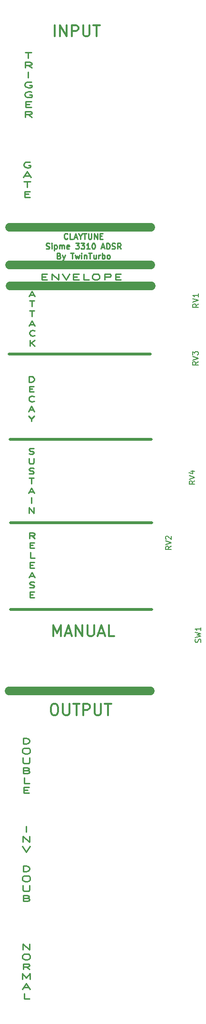
<source format=gbr>
G04 #@! TF.GenerationSoftware,KiCad,Pcbnew,(5.1.7)-1*
G04 #@! TF.CreationDate,2020-12-30T12:14:20+00:00*
G04 #@! TF.ProjectId,Panel,50616e65-6c2e-46b6-9963-61645f706362,rev?*
G04 #@! TF.SameCoordinates,Original*
G04 #@! TF.FileFunction,Legend,Top*
G04 #@! TF.FilePolarity,Positive*
%FSLAX46Y46*%
G04 Gerber Fmt 4.6, Leading zero omitted, Abs format (unit mm)*
G04 Created by KiCad (PCBNEW (5.1.7)-1) date 2020-12-30 12:14:20*
%MOMM*%
%LPD*%
G01*
G04 APERTURE LIST*
%ADD10C,0.250000*%
%ADD11C,1.500000*%
%ADD12C,0.500000*%
%ADD13C,0.300000*%
%ADD14C,0.150000*%
G04 APERTURE END LIST*
D10*
X97152857Y-21531666D02*
X97867142Y-21531666D01*
X97010000Y-21817380D02*
X97510000Y-20817380D01*
X98010000Y-21817380D01*
X97081428Y-22567380D02*
X97938571Y-22567380D01*
X97510000Y-23567380D02*
X97510000Y-22567380D01*
X97081428Y-24317380D02*
X97938571Y-24317380D01*
X97510000Y-25317380D02*
X97510000Y-24317380D01*
X97152857Y-26781666D02*
X97867142Y-26781666D01*
X97010000Y-27067380D02*
X97510000Y-26067380D01*
X98010000Y-27067380D01*
X97974285Y-28722142D02*
X97902857Y-28769761D01*
X97688571Y-28817380D01*
X97545714Y-28817380D01*
X97331428Y-28769761D01*
X97188571Y-28674523D01*
X97117142Y-28579285D01*
X97045714Y-28388809D01*
X97045714Y-28245952D01*
X97117142Y-28055476D01*
X97188571Y-27960238D01*
X97331428Y-27865000D01*
X97545714Y-27817380D01*
X97688571Y-27817380D01*
X97902857Y-27865000D01*
X97974285Y-27912619D01*
X97117142Y-30567380D02*
X97117142Y-29567380D01*
X97974285Y-30567380D02*
X97331428Y-29995952D01*
X97974285Y-29567380D02*
X97117142Y-30138809D01*
X103816666Y-11497142D02*
X103769047Y-11544761D01*
X103626190Y-11592380D01*
X103530952Y-11592380D01*
X103388095Y-11544761D01*
X103292857Y-11449523D01*
X103245238Y-11354285D01*
X103197619Y-11163809D01*
X103197619Y-11020952D01*
X103245238Y-10830476D01*
X103292857Y-10735238D01*
X103388095Y-10640000D01*
X103530952Y-10592380D01*
X103626190Y-10592380D01*
X103769047Y-10640000D01*
X103816666Y-10687619D01*
X104721428Y-11592380D02*
X104245238Y-11592380D01*
X104245238Y-10592380D01*
X105007142Y-11306666D02*
X105483333Y-11306666D01*
X104911904Y-11592380D02*
X105245238Y-10592380D01*
X105578571Y-11592380D01*
X106102380Y-11116190D02*
X106102380Y-11592380D01*
X105769047Y-10592380D02*
X106102380Y-11116190D01*
X106435714Y-10592380D01*
X106626190Y-10592380D02*
X107197619Y-10592380D01*
X106911904Y-11592380D02*
X106911904Y-10592380D01*
X107530952Y-10592380D02*
X107530952Y-11401904D01*
X107578571Y-11497142D01*
X107626190Y-11544761D01*
X107721428Y-11592380D01*
X107911904Y-11592380D01*
X108007142Y-11544761D01*
X108054761Y-11497142D01*
X108102380Y-11401904D01*
X108102380Y-10592380D01*
X108578571Y-11592380D02*
X108578571Y-10592380D01*
X109150000Y-11592380D01*
X109150000Y-10592380D01*
X109626190Y-11068571D02*
X109959523Y-11068571D01*
X110102380Y-11592380D02*
X109626190Y-11592380D01*
X109626190Y-10592380D01*
X110102380Y-10592380D01*
X100007142Y-13294761D02*
X100150000Y-13342380D01*
X100388095Y-13342380D01*
X100483333Y-13294761D01*
X100530952Y-13247142D01*
X100578571Y-13151904D01*
X100578571Y-13056666D01*
X100530952Y-12961428D01*
X100483333Y-12913809D01*
X100388095Y-12866190D01*
X100197619Y-12818571D01*
X100102380Y-12770952D01*
X100054761Y-12723333D01*
X100007142Y-12628095D01*
X100007142Y-12532857D01*
X100054761Y-12437619D01*
X100102380Y-12390000D01*
X100197619Y-12342380D01*
X100435714Y-12342380D01*
X100578571Y-12390000D01*
X101007142Y-13342380D02*
X101007142Y-12675714D01*
X101007142Y-12342380D02*
X100959523Y-12390000D01*
X101007142Y-12437619D01*
X101054761Y-12390000D01*
X101007142Y-12342380D01*
X101007142Y-12437619D01*
X101483333Y-12675714D02*
X101483333Y-13675714D01*
X101483333Y-12723333D02*
X101578571Y-12675714D01*
X101769047Y-12675714D01*
X101864285Y-12723333D01*
X101911904Y-12770952D01*
X101959523Y-12866190D01*
X101959523Y-13151904D01*
X101911904Y-13247142D01*
X101864285Y-13294761D01*
X101769047Y-13342380D01*
X101578571Y-13342380D01*
X101483333Y-13294761D01*
X102388095Y-13342380D02*
X102388095Y-12675714D01*
X102388095Y-12770952D02*
X102435714Y-12723333D01*
X102530952Y-12675714D01*
X102673809Y-12675714D01*
X102769047Y-12723333D01*
X102816666Y-12818571D01*
X102816666Y-13342380D01*
X102816666Y-12818571D02*
X102864285Y-12723333D01*
X102959523Y-12675714D01*
X103102380Y-12675714D01*
X103197619Y-12723333D01*
X103245238Y-12818571D01*
X103245238Y-13342380D01*
X104102380Y-13294761D02*
X104007142Y-13342380D01*
X103816666Y-13342380D01*
X103721428Y-13294761D01*
X103673809Y-13199523D01*
X103673809Y-12818571D01*
X103721428Y-12723333D01*
X103816666Y-12675714D01*
X104007142Y-12675714D01*
X104102380Y-12723333D01*
X104150000Y-12818571D01*
X104150000Y-12913809D01*
X103673809Y-13009047D01*
X105245238Y-12342380D02*
X105864285Y-12342380D01*
X105530952Y-12723333D01*
X105673809Y-12723333D01*
X105769047Y-12770952D01*
X105816666Y-12818571D01*
X105864285Y-12913809D01*
X105864285Y-13151904D01*
X105816666Y-13247142D01*
X105769047Y-13294761D01*
X105673809Y-13342380D01*
X105388095Y-13342380D01*
X105292857Y-13294761D01*
X105245238Y-13247142D01*
X106197619Y-12342380D02*
X106816666Y-12342380D01*
X106483333Y-12723333D01*
X106626190Y-12723333D01*
X106721428Y-12770952D01*
X106769047Y-12818571D01*
X106816666Y-12913809D01*
X106816666Y-13151904D01*
X106769047Y-13247142D01*
X106721428Y-13294761D01*
X106626190Y-13342380D01*
X106340476Y-13342380D01*
X106245238Y-13294761D01*
X106197619Y-13247142D01*
X107769047Y-13342380D02*
X107197619Y-13342380D01*
X107483333Y-13342380D02*
X107483333Y-12342380D01*
X107388095Y-12485238D01*
X107292857Y-12580476D01*
X107197619Y-12628095D01*
X108388095Y-12342380D02*
X108483333Y-12342380D01*
X108578571Y-12390000D01*
X108626190Y-12437619D01*
X108673809Y-12532857D01*
X108721428Y-12723333D01*
X108721428Y-12961428D01*
X108673809Y-13151904D01*
X108626190Y-13247142D01*
X108578571Y-13294761D01*
X108483333Y-13342380D01*
X108388095Y-13342380D01*
X108292857Y-13294761D01*
X108245238Y-13247142D01*
X108197619Y-13151904D01*
X108150000Y-12961428D01*
X108150000Y-12723333D01*
X108197619Y-12532857D01*
X108245238Y-12437619D01*
X108292857Y-12390000D01*
X108388095Y-12342380D01*
X109864285Y-13056666D02*
X110340476Y-13056666D01*
X109769047Y-13342380D02*
X110102380Y-12342380D01*
X110435714Y-13342380D01*
X110769047Y-13342380D02*
X110769047Y-12342380D01*
X111007142Y-12342380D01*
X111150000Y-12390000D01*
X111245238Y-12485238D01*
X111292857Y-12580476D01*
X111340476Y-12770952D01*
X111340476Y-12913809D01*
X111292857Y-13104285D01*
X111245238Y-13199523D01*
X111150000Y-13294761D01*
X111007142Y-13342380D01*
X110769047Y-13342380D01*
X111721428Y-13294761D02*
X111864285Y-13342380D01*
X112102380Y-13342380D01*
X112197619Y-13294761D01*
X112245238Y-13247142D01*
X112292857Y-13151904D01*
X112292857Y-13056666D01*
X112245238Y-12961428D01*
X112197619Y-12913809D01*
X112102380Y-12866190D01*
X111911904Y-12818571D01*
X111816666Y-12770952D01*
X111769047Y-12723333D01*
X111721428Y-12628095D01*
X111721428Y-12532857D01*
X111769047Y-12437619D01*
X111816666Y-12390000D01*
X111911904Y-12342380D01*
X112150000Y-12342380D01*
X112292857Y-12390000D01*
X113292857Y-13342380D02*
X112959523Y-12866190D01*
X112721428Y-13342380D02*
X112721428Y-12342380D01*
X113102380Y-12342380D01*
X113197619Y-12390000D01*
X113245238Y-12437619D01*
X113292857Y-12532857D01*
X113292857Y-12675714D01*
X113245238Y-12770952D01*
X113197619Y-12818571D01*
X113102380Y-12866190D01*
X112721428Y-12866190D01*
X102316666Y-14568571D02*
X102459523Y-14616190D01*
X102507142Y-14663809D01*
X102554761Y-14759047D01*
X102554761Y-14901904D01*
X102507142Y-14997142D01*
X102459523Y-15044761D01*
X102364285Y-15092380D01*
X101983333Y-15092380D01*
X101983333Y-14092380D01*
X102316666Y-14092380D01*
X102411904Y-14140000D01*
X102459523Y-14187619D01*
X102507142Y-14282857D01*
X102507142Y-14378095D01*
X102459523Y-14473333D01*
X102411904Y-14520952D01*
X102316666Y-14568571D01*
X101983333Y-14568571D01*
X102888095Y-14425714D02*
X103126190Y-15092380D01*
X103364285Y-14425714D02*
X103126190Y-15092380D01*
X103030952Y-15330476D01*
X102983333Y-15378095D01*
X102888095Y-15425714D01*
X104364285Y-14092380D02*
X104935714Y-14092380D01*
X104650000Y-15092380D02*
X104650000Y-14092380D01*
X105173809Y-14425714D02*
X105364285Y-15092380D01*
X105554761Y-14616190D01*
X105745238Y-15092380D01*
X105935714Y-14425714D01*
X106316666Y-15092380D02*
X106316666Y-14425714D01*
X106316666Y-14092380D02*
X106269047Y-14140000D01*
X106316666Y-14187619D01*
X106364285Y-14140000D01*
X106316666Y-14092380D01*
X106316666Y-14187619D01*
X106792857Y-14425714D02*
X106792857Y-15092380D01*
X106792857Y-14520952D02*
X106840476Y-14473333D01*
X106935714Y-14425714D01*
X107078571Y-14425714D01*
X107173809Y-14473333D01*
X107221428Y-14568571D01*
X107221428Y-15092380D01*
X107554761Y-14092380D02*
X108126190Y-14092380D01*
X107840476Y-15092380D02*
X107840476Y-14092380D01*
X108888095Y-14425714D02*
X108888095Y-15092380D01*
X108459523Y-14425714D02*
X108459523Y-14949523D01*
X108507142Y-15044761D01*
X108602380Y-15092380D01*
X108745238Y-15092380D01*
X108840476Y-15044761D01*
X108888095Y-14997142D01*
X109364285Y-15092380D02*
X109364285Y-14425714D01*
X109364285Y-14616190D02*
X109411904Y-14520952D01*
X109459523Y-14473333D01*
X109554761Y-14425714D01*
X109650000Y-14425714D01*
X109983333Y-15092380D02*
X109983333Y-14092380D01*
X109983333Y-14473333D02*
X110078571Y-14425714D01*
X110269047Y-14425714D01*
X110364285Y-14473333D01*
X110411904Y-14520952D01*
X110459523Y-14616190D01*
X110459523Y-14901904D01*
X110411904Y-14997142D01*
X110364285Y-15044761D01*
X110269047Y-15092380D01*
X110078571Y-15092380D01*
X109983333Y-15044761D01*
X111030952Y-15092380D02*
X110935714Y-15044761D01*
X110888095Y-14997142D01*
X110840476Y-14901904D01*
X110840476Y-14616190D01*
X110888095Y-14520952D01*
X110935714Y-14473333D01*
X111030952Y-14425714D01*
X111173809Y-14425714D01*
X111269047Y-14473333D01*
X111316666Y-14520952D01*
X111364285Y-14616190D01*
X111364285Y-14901904D01*
X111316666Y-14997142D01*
X111269047Y-15044761D01*
X111173809Y-15092380D01*
X111030952Y-15092380D01*
D11*
X93510000Y-16220000D02*
X118656000Y-16220000D01*
X93534000Y-9500000D02*
X118680000Y-9500000D01*
D12*
X93670000Y-77380000D02*
X118816000Y-77380000D01*
X93404000Y-32070000D02*
X118550000Y-32070000D01*
X93584000Y-47190000D02*
X118730000Y-47190000D01*
X93650000Y-62000000D02*
X118796000Y-62000000D01*
D10*
X97153809Y2055000D02*
X96963333Y2102619D01*
X96677619Y2102619D01*
X96391904Y2055000D01*
X96201428Y1959761D01*
X96106190Y1864523D01*
X96010952Y1674047D01*
X96010952Y1531190D01*
X96106190Y1340714D01*
X96201428Y1245476D01*
X96391904Y1150238D01*
X96677619Y1102619D01*
X96868095Y1102619D01*
X97153809Y1150238D01*
X97249047Y1197857D01*
X97249047Y1531190D01*
X96868095Y1531190D01*
X96153809Y-361666D02*
X97106190Y-361666D01*
X95963333Y-647380D02*
X96630000Y352619D01*
X97296666Y-647380D01*
X96058571Y-1397380D02*
X97201428Y-1397380D01*
X96630000Y-2397380D02*
X96630000Y-1397380D01*
X96201428Y-3623571D02*
X96868095Y-3623571D01*
X97153809Y-4147380D02*
X96201428Y-4147380D01*
X96201428Y-3147380D01*
X97153809Y-3147380D01*
X96258571Y21577619D02*
X97401428Y21577619D01*
X96830000Y20577619D02*
X96830000Y21577619D01*
X97449047Y18827619D02*
X96782380Y19303809D01*
X96306190Y18827619D02*
X96306190Y19827619D01*
X97068095Y19827619D01*
X97258571Y19780000D01*
X97353809Y19732380D01*
X97449047Y19637142D01*
X97449047Y19494285D01*
X97353809Y19399047D01*
X97258571Y19351428D01*
X97068095Y19303809D01*
X96306190Y19303809D01*
X96830000Y17077619D02*
X96830000Y18077619D01*
X97353809Y16280000D02*
X97163333Y16327619D01*
X96877619Y16327619D01*
X96591904Y16280000D01*
X96401428Y16184761D01*
X96306190Y16089523D01*
X96210952Y15899047D01*
X96210952Y15756190D01*
X96306190Y15565714D01*
X96401428Y15470476D01*
X96591904Y15375238D01*
X96877619Y15327619D01*
X97068095Y15327619D01*
X97353809Y15375238D01*
X97449047Y15422857D01*
X97449047Y15756190D01*
X97068095Y15756190D01*
X97353809Y14530000D02*
X97163333Y14577619D01*
X96877619Y14577619D01*
X96591904Y14530000D01*
X96401428Y14434761D01*
X96306190Y14339523D01*
X96210952Y14149047D01*
X96210952Y14006190D01*
X96306190Y13815714D01*
X96401428Y13720476D01*
X96591904Y13625238D01*
X96877619Y13577619D01*
X97068095Y13577619D01*
X97353809Y13625238D01*
X97449047Y13672857D01*
X97449047Y14006190D01*
X97068095Y14006190D01*
X96401428Y12351428D02*
X97068095Y12351428D01*
X97353809Y11827619D02*
X96401428Y11827619D01*
X96401428Y12827619D01*
X97353809Y12827619D01*
X97449047Y10077619D02*
X96782380Y10553809D01*
X96306190Y10077619D02*
X96306190Y11077619D01*
X97068095Y11077619D01*
X97258571Y11030000D01*
X97353809Y10982380D01*
X97449047Y10887142D01*
X97449047Y10744285D01*
X97353809Y10649047D01*
X97258571Y10601428D01*
X97068095Y10553809D01*
X96306190Y10553809D01*
X97944285Y-64782380D02*
X97444285Y-64306190D01*
X97087142Y-64782380D02*
X97087142Y-63782380D01*
X97658571Y-63782380D01*
X97801428Y-63830000D01*
X97872857Y-63877619D01*
X97944285Y-63972857D01*
X97944285Y-64115714D01*
X97872857Y-64210952D01*
X97801428Y-64258571D01*
X97658571Y-64306190D01*
X97087142Y-64306190D01*
X97158571Y-66008571D02*
X97658571Y-66008571D01*
X97872857Y-66532380D02*
X97158571Y-66532380D01*
X97158571Y-65532380D01*
X97872857Y-65532380D01*
X97944285Y-68282380D02*
X97230000Y-68282380D01*
X97230000Y-67282380D01*
X97158571Y-69508571D02*
X97658571Y-69508571D01*
X97872857Y-70032380D02*
X97158571Y-70032380D01*
X97158571Y-69032380D01*
X97872857Y-69032380D01*
X97122857Y-71496666D02*
X97837142Y-71496666D01*
X96980000Y-71782380D02*
X97480000Y-70782380D01*
X97980000Y-71782380D01*
X97051428Y-73484761D02*
X97265714Y-73532380D01*
X97622857Y-73532380D01*
X97765714Y-73484761D01*
X97837142Y-73437142D01*
X97908571Y-73341904D01*
X97908571Y-73246666D01*
X97837142Y-73151428D01*
X97765714Y-73103809D01*
X97622857Y-73056190D01*
X97337142Y-73008571D01*
X97194285Y-72960952D01*
X97122857Y-72913333D01*
X97051428Y-72818095D01*
X97051428Y-72722857D01*
X97122857Y-72627619D01*
X97194285Y-72580000D01*
X97337142Y-72532380D01*
X97694285Y-72532380D01*
X97908571Y-72580000D01*
X97158571Y-74758571D02*
X97658571Y-74758571D01*
X97872857Y-75282380D02*
X97158571Y-75282380D01*
X97158571Y-74282380D01*
X97872857Y-74282380D01*
X96971428Y-49744761D02*
X97185714Y-49792380D01*
X97542857Y-49792380D01*
X97685714Y-49744761D01*
X97757142Y-49697142D01*
X97828571Y-49601904D01*
X97828571Y-49506666D01*
X97757142Y-49411428D01*
X97685714Y-49363809D01*
X97542857Y-49316190D01*
X97257142Y-49268571D01*
X97114285Y-49220952D01*
X97042857Y-49173333D01*
X96971428Y-49078095D01*
X96971428Y-48982857D01*
X97042857Y-48887619D01*
X97114285Y-48840000D01*
X97257142Y-48792380D01*
X97614285Y-48792380D01*
X97828571Y-48840000D01*
X96971428Y-50542380D02*
X96971428Y-51351904D01*
X97042857Y-51447142D01*
X97114285Y-51494761D01*
X97257142Y-51542380D01*
X97542857Y-51542380D01*
X97685714Y-51494761D01*
X97757142Y-51447142D01*
X97828571Y-51351904D01*
X97828571Y-50542380D01*
X96971428Y-53244761D02*
X97185714Y-53292380D01*
X97542857Y-53292380D01*
X97685714Y-53244761D01*
X97757142Y-53197142D01*
X97828571Y-53101904D01*
X97828571Y-53006666D01*
X97757142Y-52911428D01*
X97685714Y-52863809D01*
X97542857Y-52816190D01*
X97257142Y-52768571D01*
X97114285Y-52720952D01*
X97042857Y-52673333D01*
X96971428Y-52578095D01*
X96971428Y-52482857D01*
X97042857Y-52387619D01*
X97114285Y-52340000D01*
X97257142Y-52292380D01*
X97614285Y-52292380D01*
X97828571Y-52340000D01*
X96971428Y-54042380D02*
X97828571Y-54042380D01*
X97400000Y-55042380D02*
X97400000Y-54042380D01*
X97042857Y-56506666D02*
X97757142Y-56506666D01*
X96900000Y-56792380D02*
X97400000Y-55792380D01*
X97900000Y-56792380D01*
X97400000Y-58542380D02*
X97400000Y-57542380D01*
X96971428Y-60292380D02*
X96971428Y-59292380D01*
X97828571Y-60292380D01*
X97828571Y-59292380D01*
X97007142Y-37002380D02*
X97007142Y-36002380D01*
X97364285Y-36002380D01*
X97578571Y-36050000D01*
X97721428Y-36145238D01*
X97792857Y-36240476D01*
X97864285Y-36430952D01*
X97864285Y-36573809D01*
X97792857Y-36764285D01*
X97721428Y-36859523D01*
X97578571Y-36954761D01*
X97364285Y-37002380D01*
X97007142Y-37002380D01*
X97078571Y-38228571D02*
X97578571Y-38228571D01*
X97792857Y-38752380D02*
X97078571Y-38752380D01*
X97078571Y-37752380D01*
X97792857Y-37752380D01*
X97864285Y-40407142D02*
X97792857Y-40454761D01*
X97578571Y-40502380D01*
X97435714Y-40502380D01*
X97221428Y-40454761D01*
X97078571Y-40359523D01*
X97007142Y-40264285D01*
X96935714Y-40073809D01*
X96935714Y-39930952D01*
X97007142Y-39740476D01*
X97078571Y-39645238D01*
X97221428Y-39550000D01*
X97435714Y-39502380D01*
X97578571Y-39502380D01*
X97792857Y-39550000D01*
X97864285Y-39597619D01*
X97042857Y-41966666D02*
X97757142Y-41966666D01*
X96900000Y-42252380D02*
X97400000Y-41252380D01*
X97900000Y-42252380D01*
X97400000Y-43526190D02*
X97400000Y-44002380D01*
X96900000Y-43002380D02*
X97400000Y-43526190D01*
X97900000Y-43002380D01*
X99250000Y-18278571D02*
X99916666Y-18278571D01*
X100202380Y-18802380D02*
X99250000Y-18802380D01*
X99250000Y-17802380D01*
X100202380Y-17802380D01*
X101059523Y-18802380D02*
X101059523Y-17802380D01*
X102202380Y-18802380D01*
X102202380Y-17802380D01*
X102869047Y-17802380D02*
X103535714Y-18802380D01*
X104202380Y-17802380D01*
X104869047Y-18278571D02*
X105535714Y-18278571D01*
X105821428Y-18802380D02*
X104869047Y-18802380D01*
X104869047Y-17802380D01*
X105821428Y-17802380D01*
X107630952Y-18802380D02*
X106678571Y-18802380D01*
X106678571Y-17802380D01*
X108678571Y-17802380D02*
X109059523Y-17802380D01*
X109250000Y-17850000D01*
X109440476Y-17945238D01*
X109535714Y-18135714D01*
X109535714Y-18469047D01*
X109440476Y-18659523D01*
X109250000Y-18754761D01*
X109059523Y-18802380D01*
X108678571Y-18802380D01*
X108488095Y-18754761D01*
X108297619Y-18659523D01*
X108202380Y-18469047D01*
X108202380Y-18135714D01*
X108297619Y-17945238D01*
X108488095Y-17850000D01*
X108678571Y-17802380D01*
X110392857Y-18802380D02*
X110392857Y-17802380D01*
X111154761Y-17802380D01*
X111345238Y-17850000D01*
X111440476Y-17897619D01*
X111535714Y-17992857D01*
X111535714Y-18135714D01*
X111440476Y-18230952D01*
X111345238Y-18278571D01*
X111154761Y-18326190D01*
X110392857Y-18326190D01*
X112392857Y-18278571D02*
X113059523Y-18278571D01*
X113345238Y-18802380D02*
X112392857Y-18802380D01*
X112392857Y-17802380D01*
X113345238Y-17802380D01*
D13*
X101292685Y-82189721D02*
X101292685Y-80189721D01*
X101959352Y-81618293D01*
X102626019Y-80189721D01*
X102626019Y-82189721D01*
X103483161Y-81618293D02*
X104435542Y-81618293D01*
X103292685Y-82189721D02*
X103959352Y-80189721D01*
X104626019Y-82189721D01*
X105292685Y-82189721D02*
X105292685Y-80189721D01*
X106435542Y-82189721D01*
X106435542Y-80189721D01*
X107387923Y-80189721D02*
X107387923Y-81808769D01*
X107483161Y-81999245D01*
X107578400Y-82094483D01*
X107768876Y-82189721D01*
X108149828Y-82189721D01*
X108340304Y-82094483D01*
X108435542Y-81999245D01*
X108530780Y-81808769D01*
X108530780Y-80189721D01*
X109387923Y-81618293D02*
X110340304Y-81618293D01*
X109197447Y-82189721D02*
X109864114Y-80189721D01*
X110530780Y-82189721D01*
X112149828Y-82189721D02*
X111197447Y-82189721D01*
X111197447Y-80189721D01*
D10*
X95946190Y-101277380D02*
X95946190Y-100277380D01*
X96422380Y-100277380D01*
X96708095Y-100325000D01*
X96898571Y-100420238D01*
X96993809Y-100515476D01*
X97089047Y-100705952D01*
X97089047Y-100848809D01*
X96993809Y-101039285D01*
X96898571Y-101134523D01*
X96708095Y-101229761D01*
X96422380Y-101277380D01*
X95946190Y-101277380D01*
X96279523Y-102027380D02*
X96660476Y-102027380D01*
X96850952Y-102075000D01*
X97041428Y-102170238D01*
X97136666Y-102360714D01*
X97136666Y-102694047D01*
X97041428Y-102884523D01*
X96850952Y-102979761D01*
X96660476Y-103027380D01*
X96279523Y-103027380D01*
X96089047Y-102979761D01*
X95898571Y-102884523D01*
X95803333Y-102694047D01*
X95803333Y-102360714D01*
X95898571Y-102170238D01*
X96089047Y-102075000D01*
X96279523Y-102027380D01*
X95898571Y-103777380D02*
X95898571Y-104586904D01*
X95993809Y-104682142D01*
X96089047Y-104729761D01*
X96279523Y-104777380D01*
X96660476Y-104777380D01*
X96850952Y-104729761D01*
X96946190Y-104682142D01*
X97041428Y-104586904D01*
X97041428Y-103777380D01*
X96612857Y-106003571D02*
X96898571Y-106051190D01*
X96993809Y-106098809D01*
X97089047Y-106194047D01*
X97089047Y-106336904D01*
X96993809Y-106432142D01*
X96898571Y-106479761D01*
X96708095Y-106527380D01*
X95946190Y-106527380D01*
X95946190Y-105527380D01*
X96612857Y-105527380D01*
X96803333Y-105575000D01*
X96898571Y-105622619D01*
X96993809Y-105717857D01*
X96993809Y-105813095D01*
X96898571Y-105908333D01*
X96803333Y-105955952D01*
X96612857Y-106003571D01*
X95946190Y-106003571D01*
X97089047Y-108277380D02*
X96136666Y-108277380D01*
X96136666Y-107277380D01*
X96041428Y-109503571D02*
X96708095Y-109503571D01*
X96993809Y-110027380D02*
X96041428Y-110027380D01*
X96041428Y-109027380D01*
X96993809Y-109027380D01*
X96470000Y-116977380D02*
X96470000Y-115977380D01*
X95898571Y-118727380D02*
X95898571Y-117727380D01*
X97041428Y-118727380D01*
X97041428Y-117727380D01*
X95803333Y-119477380D02*
X96470000Y-120477380D01*
X97136666Y-119477380D01*
X95946190Y-123977380D02*
X95946190Y-122977380D01*
X96422380Y-122977380D01*
X96708095Y-123025000D01*
X96898571Y-123120238D01*
X96993809Y-123215476D01*
X97089047Y-123405952D01*
X97089047Y-123548809D01*
X96993809Y-123739285D01*
X96898571Y-123834523D01*
X96708095Y-123929761D01*
X96422380Y-123977380D01*
X95946190Y-123977380D01*
X96279523Y-124727380D02*
X96660476Y-124727380D01*
X96850952Y-124775000D01*
X97041428Y-124870238D01*
X97136666Y-125060714D01*
X97136666Y-125394047D01*
X97041428Y-125584523D01*
X96850952Y-125679761D01*
X96660476Y-125727380D01*
X96279523Y-125727380D01*
X96089047Y-125679761D01*
X95898571Y-125584523D01*
X95803333Y-125394047D01*
X95803333Y-125060714D01*
X95898571Y-124870238D01*
X96089047Y-124775000D01*
X96279523Y-124727380D01*
X95898571Y-126477380D02*
X95898571Y-127286904D01*
X95993809Y-127382142D01*
X96089047Y-127429761D01*
X96279523Y-127477380D01*
X96660476Y-127477380D01*
X96850952Y-127429761D01*
X96946190Y-127382142D01*
X97041428Y-127286904D01*
X97041428Y-126477380D01*
X96612857Y-128703571D02*
X96898571Y-128751190D01*
X96993809Y-128798809D01*
X97089047Y-128894047D01*
X97089047Y-129036904D01*
X96993809Y-129132142D01*
X96898571Y-129179761D01*
X96708095Y-129227380D01*
X95946190Y-129227380D01*
X95946190Y-128227380D01*
X96612857Y-128227380D01*
X96803333Y-128275000D01*
X96898571Y-128322619D01*
X96993809Y-128417857D01*
X96993809Y-128513095D01*
X96898571Y-128608333D01*
X96803333Y-128655952D01*
X96612857Y-128703571D01*
X95946190Y-128703571D01*
D13*
X101552857Y24405238D02*
X101552857Y26405238D01*
X102505238Y24405238D02*
X102505238Y26405238D01*
X103648095Y24405238D01*
X103648095Y26405238D01*
X104600476Y24405238D02*
X104600476Y26405238D01*
X105362380Y26405238D01*
X105552857Y26310000D01*
X105648095Y26214761D01*
X105743333Y26024285D01*
X105743333Y25738571D01*
X105648095Y25548095D01*
X105552857Y25452857D01*
X105362380Y25357619D01*
X104600476Y25357619D01*
X106600476Y26405238D02*
X106600476Y24786190D01*
X106695714Y24595714D01*
X106790952Y24500476D01*
X106981428Y24405238D01*
X107362380Y24405238D01*
X107552857Y24500476D01*
X107648095Y24595714D01*
X107743333Y24786190D01*
X107743333Y26405238D01*
X108410000Y26405238D02*
X109552857Y26405238D01*
X108981428Y24405238D02*
X108981428Y26405238D01*
D11*
X93570000Y-19900000D02*
X118716000Y-19900000D01*
X93430000Y-91870000D02*
X118576000Y-91870000D01*
D13*
X101306596Y-94200361D02*
X101687548Y-94200361D01*
X101878024Y-94295600D01*
X102068500Y-94486076D01*
X102163739Y-94867028D01*
X102163739Y-95533695D01*
X102068500Y-95914647D01*
X101878024Y-96105123D01*
X101687548Y-96200361D01*
X101306596Y-96200361D01*
X101116120Y-96105123D01*
X100925643Y-95914647D01*
X100830405Y-95533695D01*
X100830405Y-94867028D01*
X100925643Y-94486076D01*
X101116120Y-94295600D01*
X101306596Y-94200361D01*
X103020881Y-94200361D02*
X103020881Y-95819409D01*
X103116120Y-96009885D01*
X103211358Y-96105123D01*
X103401834Y-96200361D01*
X103782786Y-96200361D01*
X103973262Y-96105123D01*
X104068500Y-96009885D01*
X104163739Y-95819409D01*
X104163739Y-94200361D01*
X104830405Y-94200361D02*
X105973262Y-94200361D01*
X105401834Y-96200361D02*
X105401834Y-94200361D01*
X106639929Y-96200361D02*
X106639929Y-94200361D01*
X107401834Y-94200361D01*
X107592310Y-94295600D01*
X107687548Y-94390838D01*
X107782786Y-94581314D01*
X107782786Y-94867028D01*
X107687548Y-95057504D01*
X107592310Y-95152742D01*
X107401834Y-95247980D01*
X106639929Y-95247980D01*
X108639929Y-94200361D02*
X108639929Y-95819409D01*
X108735167Y-96009885D01*
X108830405Y-96105123D01*
X109020881Y-96200361D01*
X109401834Y-96200361D01*
X109592310Y-96105123D01*
X109687548Y-96009885D01*
X109782786Y-95819409D01*
X109782786Y-94200361D01*
X110449453Y-94200361D02*
X111592310Y-94200361D01*
X111020881Y-96200361D02*
X111020881Y-94200361D01*
D10*
X95898571Y-137867380D02*
X95898571Y-136867380D01*
X97041428Y-137867380D01*
X97041428Y-136867380D01*
X96279523Y-138617380D02*
X96660476Y-138617380D01*
X96850952Y-138665000D01*
X97041428Y-138760238D01*
X97136666Y-138950714D01*
X97136666Y-139284047D01*
X97041428Y-139474523D01*
X96850952Y-139569761D01*
X96660476Y-139617380D01*
X96279523Y-139617380D01*
X96089047Y-139569761D01*
X95898571Y-139474523D01*
X95803333Y-139284047D01*
X95803333Y-138950714D01*
X95898571Y-138760238D01*
X96089047Y-138665000D01*
X96279523Y-138617380D01*
X97089047Y-141367380D02*
X96422380Y-140891190D01*
X95946190Y-141367380D02*
X95946190Y-140367380D01*
X96708095Y-140367380D01*
X96898571Y-140415000D01*
X96993809Y-140462619D01*
X97089047Y-140557857D01*
X97089047Y-140700714D01*
X96993809Y-140795952D01*
X96898571Y-140843571D01*
X96708095Y-140891190D01*
X95946190Y-140891190D01*
X95803333Y-143117380D02*
X95803333Y-142117380D01*
X96470000Y-142831666D01*
X97136666Y-142117380D01*
X97136666Y-143117380D01*
X95993809Y-144581666D02*
X96946190Y-144581666D01*
X95803333Y-144867380D02*
X96470000Y-143867380D01*
X97136666Y-144867380D01*
X97089047Y-146617380D02*
X96136666Y-146617380D01*
X96136666Y-145617380D01*
D14*
X127501281Y-83273613D02*
X127548900Y-83130756D01*
X127548900Y-82892660D01*
X127501281Y-82797422D01*
X127453662Y-82749803D01*
X127358424Y-82702184D01*
X127263186Y-82702184D01*
X127167948Y-82749803D01*
X127120329Y-82797422D01*
X127072710Y-82892660D01*
X127025091Y-83083137D01*
X126977472Y-83178375D01*
X126929853Y-83225994D01*
X126834615Y-83273613D01*
X126739377Y-83273613D01*
X126644139Y-83225994D01*
X126596520Y-83178375D01*
X126548900Y-83083137D01*
X126548900Y-82845041D01*
X126596520Y-82702184D01*
X126548900Y-82368851D02*
X127548900Y-82130756D01*
X126834615Y-81940280D01*
X127548900Y-81749803D01*
X126548900Y-81511708D01*
X127548900Y-80606946D02*
X127548900Y-81178375D01*
X127548900Y-80892660D02*
X126548900Y-80892660D01*
X126691758Y-80987899D01*
X126786996Y-81083137D01*
X126834615Y-81178375D01*
X126461780Y-54552338D02*
X125985590Y-54885671D01*
X126461780Y-55123766D02*
X125461780Y-55123766D01*
X125461780Y-54742814D01*
X125509400Y-54647576D01*
X125557019Y-54599957D01*
X125652257Y-54552338D01*
X125795114Y-54552338D01*
X125890352Y-54599957D01*
X125937971Y-54647576D01*
X125985590Y-54742814D01*
X125985590Y-55123766D01*
X125461780Y-54266623D02*
X126461780Y-53933290D01*
X125461780Y-53599957D01*
X125795114Y-52838052D02*
X126461780Y-52838052D01*
X125414161Y-53076147D02*
X126128447Y-53314242D01*
X126128447Y-52695195D01*
X122265700Y-66193158D02*
X121789510Y-66526491D01*
X122265700Y-66764586D02*
X121265700Y-66764586D01*
X121265700Y-66383634D01*
X121313320Y-66288396D01*
X121360939Y-66240777D01*
X121456177Y-66193158D01*
X121599034Y-66193158D01*
X121694272Y-66240777D01*
X121741891Y-66288396D01*
X121789510Y-66383634D01*
X121789510Y-66764586D01*
X121265700Y-65907443D02*
X122265700Y-65574110D01*
X121265700Y-65240777D01*
X121360939Y-64955062D02*
X121313320Y-64907443D01*
X121265700Y-64812205D01*
X121265700Y-64574110D01*
X121313320Y-64478872D01*
X121360939Y-64431253D01*
X121456177Y-64383634D01*
X121551415Y-64383634D01*
X121694272Y-64431253D01*
X122265700Y-65002681D01*
X122265700Y-64383634D01*
X127073920Y-33378898D02*
X126597730Y-33712231D01*
X127073920Y-33950326D02*
X126073920Y-33950326D01*
X126073920Y-33569374D01*
X126121540Y-33474136D01*
X126169159Y-33426517D01*
X126264397Y-33378898D01*
X126407254Y-33378898D01*
X126502492Y-33426517D01*
X126550111Y-33474136D01*
X126597730Y-33569374D01*
X126597730Y-33950326D01*
X126073920Y-33093183D02*
X127073920Y-32759850D01*
X126073920Y-32426517D01*
X126073920Y-32188421D02*
X126073920Y-31569374D01*
X126454873Y-31902707D01*
X126454873Y-31759850D01*
X126502492Y-31664612D01*
X126550111Y-31616993D01*
X126645349Y-31569374D01*
X126883444Y-31569374D01*
X126978682Y-31616993D01*
X127026301Y-31664612D01*
X127073920Y-31759850D01*
X127073920Y-32045564D01*
X127026301Y-32140802D01*
X126978682Y-32188421D01*
X127129800Y-23127458D02*
X126653610Y-23460791D01*
X127129800Y-23698886D02*
X126129800Y-23698886D01*
X126129800Y-23317934D01*
X126177420Y-23222696D01*
X126225039Y-23175077D01*
X126320277Y-23127458D01*
X126463134Y-23127458D01*
X126558372Y-23175077D01*
X126605991Y-23222696D01*
X126653610Y-23317934D01*
X126653610Y-23698886D01*
X126129800Y-22841743D02*
X127129800Y-22508410D01*
X126129800Y-22175077D01*
X127129800Y-21317934D02*
X127129800Y-21889362D01*
X127129800Y-21603648D02*
X126129800Y-21603648D01*
X126272658Y-21698886D01*
X126367896Y-21794124D01*
X126415515Y-21889362D01*
M02*

</source>
